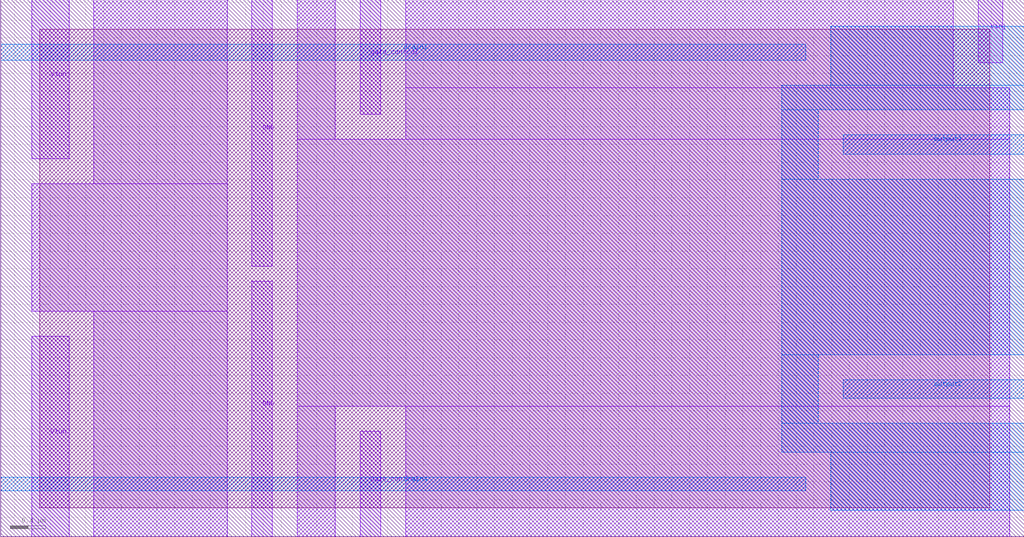
<source format=lef>
VERSION 5.7 ;
  NOWIREEXTENSIONATPIN ON ;
  DIVIDERCHAR "/" ;
  BUSBITCHARS "[]" ;
UNITS
  DATABASE MICRONS 200 ;
END UNITS

LAYER via2
  TYPE CUT ;
END via2

LAYER via
  TYPE CUT ;
END via

LAYER nwell
  TYPE MASTERSLICE ;
END nwell

LAYER via3
  TYPE CUT ;
END via3

LAYER pwell
  TYPE MASTERSLICE ;
END pwell

LAYER via4
  TYPE CUT ;
END via4

LAYER mcon
  TYPE CUT ;
END mcon

LAYER met6
  TYPE ROUTING ;
  WIDTH 0.030000 ;
  SPACING 0.040000 ;
  DIRECTION HORIZONTAL ;
END met6

LAYER met1
  TYPE ROUTING ;
  WIDTH 0.140000 ;
  SPACING 0.140000 ;
  DIRECTION HORIZONTAL ;
END met1

LAYER met3
  TYPE ROUTING ;
  WIDTH 0.300000 ;
  SPACING 0.300000 ;
  DIRECTION HORIZONTAL ;
END met3

LAYER met2
  TYPE ROUTING ;
  WIDTH 0.140000 ;
  SPACING 0.140000 ;
  DIRECTION HORIZONTAL ;
END met2

LAYER met4
  TYPE ROUTING ;
  WIDTH 0.300000 ;
  SPACING 0.300000 ;
  DIRECTION HORIZONTAL ;
END met4

LAYER met5
  TYPE ROUTING ;
  WIDTH 1.600000 ;
  SPACING 1.600000 ;
  DIRECTION HORIZONTAL ;
END met5

LAYER li1
  TYPE ROUTING ;
  WIDTH 0.170000 ;
  SPACING 0.170000 ;
  DIRECTION HORIZONTAL ;
END li1

MACRO sky130_hilas_FGBias2x1cell
  CLASS BLOCK ;
  FOREIGN sky130_hilas_FGBias2x1cell ;
  ORIGIN 3.960 3.820 ;
  SIZE 11.530 BY 6.050 ;
  PIN Vtun
    USE ANALOG ;
    PORT
      LAYER met1 ;
        RECT -3.610 0.440 -3.190 2.230 ;
    END
    PORT
      LAYER met1 ;
        RECT -3.610 -3.820 -3.190 -1.560 ;
    END
  END Vtun
  PIN GND
    USE GROUND ;
    PORT
      LAYER met1 ;
        RECT -1.130 -0.770 -0.900 2.230 ;
    END
    PORT
      LAYER met1 ;
        RECT -1.130 -3.820 -0.900 -0.940 ;
    END
  END GND
  PIN gate_control
    USE ANALOG ;
    PORT
      LAYER met1 ;
        RECT 0.090 0.940 0.320 2.230 ;
    END
  END gate_control
  PIN Gate_control
    USE ANALOG ;
    PORT
      LAYER met1 ;
        RECT 0.090 -3.820 0.320 -2.630 ;
    END
  END Gate_control
  PIN drain1
    USE ANALOG ;
    PORT
      LAYER met2 ;
        RECT -3.960 1.550 5.110 1.730 ;
    END
  END drain1
  PIN drain4
    USE ANALOG ;
    PORT
      LAYER met2 ;
        RECT -3.960 -3.300 5.110 -3.150 ;
    END
  END drain4
  PIN Vinj
    USE POWER ;
    PORT
      LAYER met1 ;
        RECT 7.050 1.520 7.330 2.230 ;
    END
  END Vinj
  PIN output1
    USE ANALOG ;
    PORT
      LAYER met2 ;
        RECT 5.530 0.490 7.570 0.710 ;
    END
  END output1
  PIN output2
    USE ANALOG ;
    PORT
      LAYER met2 ;
        RECT 5.530 -2.260 7.570 -2.050 ;
    END
  END output2
  OBS
      LAYER li1 ;
        RECT -3.520 -3.490 7.180 1.900 ;
      LAYER met1 ;
        RECT -2.910 0.160 -1.410 2.230 ;
        RECT -3.610 -1.280 -1.410 0.160 ;
        RECT -2.910 -3.820 -1.410 -1.280 ;
        RECT -0.620 0.660 -0.190 2.230 ;
        RECT 0.600 1.240 6.770 2.230 ;
        RECT 0.600 0.660 7.410 1.240 ;
        RECT -0.620 -2.350 7.410 0.660 ;
        RECT -0.620 -3.820 -0.190 -2.350 ;
        RECT 0.600 -3.820 7.410 -2.350 ;
      LAYER met2 ;
        RECT 5.390 1.270 7.570 1.930 ;
        RECT 4.840 0.990 7.570 1.270 ;
        RECT 4.840 0.210 5.250 0.990 ;
        RECT 4.840 -1.770 7.570 0.210 ;
        RECT 4.840 -2.540 5.250 -1.770 ;
        RECT 4.840 -2.870 7.570 -2.540 ;
        RECT 5.390 -3.520 7.570 -2.870 ;
  END
END sky130_hilas_FGBias2x1cell
END LIBRARY


</source>
